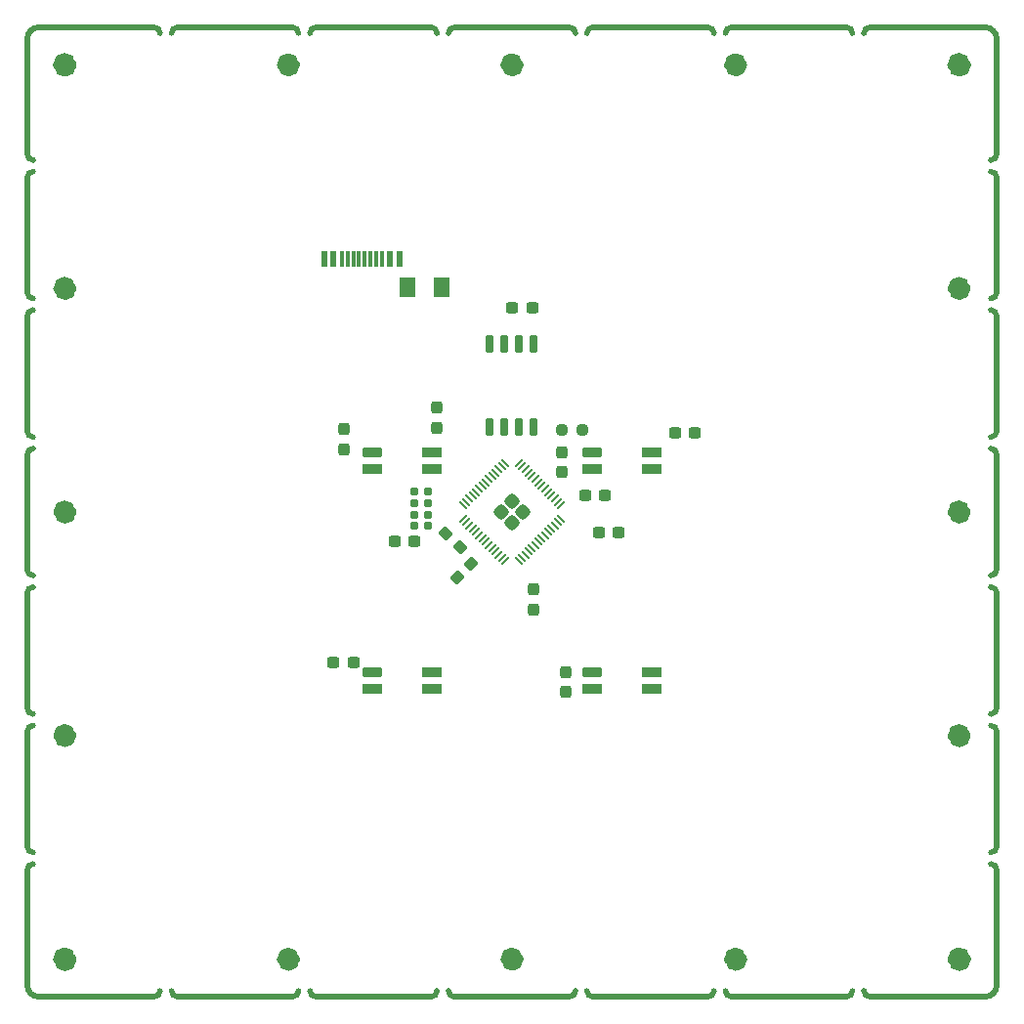
<source format=gbp>
G04 #@! TF.GenerationSoftware,KiCad,Pcbnew,(6.0.10-0)*
G04 #@! TF.CreationDate,2023-02-13T22:43:01-05:00*
G04 #@! TF.ProjectId,stencil,7374656e-6369-46c2-9e6b-696361645f70,rev?*
G04 #@! TF.SameCoordinates,Original*
G04 #@! TF.FileFunction,Paste,Bot*
G04 #@! TF.FilePolarity,Positive*
%FSLAX46Y46*%
G04 Gerber Fmt 4.6, Leading zero omitted, Abs format (unit mm)*
G04 Created by KiCad (PCBNEW (6.0.10-0)) date 2023-02-13 22:43:01*
%MOMM*%
%LPD*%
G01*
G04 APERTURE LIST*
G04 Aperture macros list*
%AMRoundRect*
0 Rectangle with rounded corners*
0 $1 Rounding radius*
0 $2 $3 $4 $5 $6 $7 $8 $9 X,Y pos of 4 corners*
0 Add a 4 corners polygon primitive as box body*
4,1,4,$2,$3,$4,$5,$6,$7,$8,$9,$2,$3,0*
0 Add four circle primitives for the rounded corners*
1,1,$1+$1,$2,$3*
1,1,$1+$1,$4,$5*
1,1,$1+$1,$6,$7*
1,1,$1+$1,$8,$9*
0 Add four rect primitives between the rounded corners*
20,1,$1+$1,$2,$3,$4,$5,0*
20,1,$1+$1,$4,$5,$6,$7,0*
20,1,$1+$1,$6,$7,$8,$9,0*
20,1,$1+$1,$8,$9,$2,$3,0*%
G04 Aperture macros list end*
%ADD10C,0.500000*%
%ADD11C,1.000000*%
%ADD12C,1.050000*%
%ADD13RoundRect,0.237500X-0.237500X0.300000X-0.237500X-0.300000X0.237500X-0.300000X0.237500X0.300000X0*%
%ADD14R,1.700000X0.820000*%
%ADD15RoundRect,0.205000X0.645000X0.205000X-0.645000X0.205000X-0.645000X-0.205000X0.645000X-0.205000X0*%
%ADD16RoundRect,0.160000X0.197500X0.160000X-0.197500X0.160000X-0.197500X-0.160000X0.197500X-0.160000X0*%
%ADD17RoundRect,0.250001X0.462499X0.624999X-0.462499X0.624999X-0.462499X-0.624999X0.462499X-0.624999X0*%
%ADD18RoundRect,0.237500X-0.300000X-0.237500X0.300000X-0.237500X0.300000X0.237500X-0.300000X0.237500X0*%
%ADD19RoundRect,0.237500X0.044194X0.380070X-0.380070X-0.044194X-0.044194X-0.380070X0.380070X0.044194X0*%
%ADD20R,0.600000X1.450000*%
%ADD21R,0.300000X1.450000*%
%ADD22RoundRect,0.237500X0.237500X-0.300000X0.237500X0.300000X-0.237500X0.300000X-0.237500X-0.300000X0*%
%ADD23RoundRect,0.237500X0.250000X0.237500X-0.250000X0.237500X-0.250000X-0.237500X0.250000X-0.237500X0*%
%ADD24RoundRect,0.250000X0.000000X0.413257X-0.413257X0.000000X0.000000X-0.413257X0.413257X0.000000X0*%
%ADD25RoundRect,0.050000X0.238649X0.309359X-0.309359X-0.238649X-0.238649X-0.309359X0.309359X0.238649X0*%
%ADD26RoundRect,0.050000X-0.238649X0.309359X-0.309359X0.238649X0.238649X-0.309359X0.309359X-0.238649X0*%
%ADD27RoundRect,0.155000X0.212500X0.155000X-0.212500X0.155000X-0.212500X-0.155000X0.212500X-0.155000X0*%
%ADD28RoundRect,0.160000X-0.197500X-0.160000X0.197500X-0.160000X0.197500X0.160000X-0.197500X0.160000X0*%
%ADD29RoundRect,0.237500X0.300000X0.237500X-0.300000X0.237500X-0.300000X-0.237500X0.300000X-0.237500X0*%
%ADD30RoundRect,0.237500X-0.380070X0.044194X0.044194X-0.380070X0.380070X-0.044194X-0.044194X0.380070X0*%
%ADD31RoundRect,0.150000X0.150000X-0.650000X0.150000X0.650000X-0.150000X0.650000X-0.150000X-0.650000X0*%
G04 APERTURE END LIST*
D10*
X59500000Y71500000D02*
G75*
G03*
X59000000Y72000000I-500000J0D01*
G01*
X71500000Y24500000D02*
G75*
G03*
X72000000Y25000000I0J500000D01*
G01*
X72000000Y71000000D02*
X72000000Y61000000D01*
X72000000Y47000000D02*
G75*
G03*
X71500000Y47500000I-500000J0D01*
G01*
X-12000000Y35000000D02*
X-12000000Y25000000D01*
X12500000Y-11500000D02*
G75*
G03*
X13000000Y-12000000I500000J0D01*
G01*
X13000000Y72000000D02*
X23000000Y72000000D01*
D11*
X30500000Y-8750000D02*
G75*
G03*
X30500000Y-8750000I-500000J0D01*
G01*
D10*
X71500000Y48500000D02*
G75*
G03*
X72000000Y49000000I0J500000D01*
G01*
X-11000000Y72000000D02*
G75*
G03*
X-12000000Y71000000I0J-1000000D01*
G01*
X48500000Y-11500000D02*
G75*
G03*
X49000000Y-12000000I500000J0D01*
G01*
X-12000000Y59000000D02*
X-12000000Y49000000D01*
D12*
X69275000Y68750000D02*
G75*
G03*
X69275000Y68750000I-525000J0D01*
G01*
D10*
X61000000Y72000000D02*
X71000000Y72000000D01*
X-11000000Y72000000D02*
X-1000000Y72000000D01*
X71500000Y36500000D02*
G75*
G03*
X72000000Y37000000I0J500000D01*
G01*
X47500000Y71500000D02*
G75*
G03*
X47000000Y72000000I-500000J0D01*
G01*
X59000000Y-12000000D02*
G75*
G03*
X59500000Y-11500000I0J500000D01*
G01*
X23500000Y71500000D02*
G75*
G03*
X23000000Y72000000I-500000J0D01*
G01*
X49000000Y72000000D02*
X59000000Y72000000D01*
X49000000Y-12000000D02*
X59000000Y-12000000D01*
X-12000000Y61000000D02*
G75*
G03*
X-11500000Y60500000I500000J0D01*
G01*
X-11500000Y59500000D02*
G75*
G03*
X-12000000Y59000000I0J-500000D01*
G01*
D11*
X-8250000Y30000000D02*
G75*
G03*
X-8250000Y30000000I-500000J0D01*
G01*
D10*
X-1000000Y-12000000D02*
G75*
G03*
X-500000Y-11500000I0J500000D01*
G01*
X23000000Y-12000000D02*
G75*
G03*
X23500000Y-11500000I0J500000D01*
G01*
D11*
X69250000Y49375000D02*
G75*
G03*
X69250000Y49375000I-500000J0D01*
G01*
X-8250000Y10625000D02*
G75*
G03*
X-8250000Y10625000I-500000J0D01*
G01*
D10*
X-12000000Y37000000D02*
G75*
G03*
X-11500000Y36500000I500000J0D01*
G01*
D12*
X-8225000Y68750000D02*
G75*
G03*
X-8225000Y68750000I-525000J0D01*
G01*
D10*
X60500000Y-11500000D02*
G75*
G03*
X61000000Y-12000000I500000J0D01*
G01*
X72000000Y47000000D02*
X72000000Y37000000D01*
X72000000Y35000000D02*
X72000000Y25000000D01*
X72000000Y59000000D02*
G75*
G03*
X71500000Y59500000I-500000J0D01*
G01*
X72000000Y23000000D02*
G75*
G03*
X71500000Y23500000I-500000J0D01*
G01*
X-12000000Y-1000000D02*
X-12000000Y-11000000D01*
X72000000Y23000000D02*
X72000000Y13000000D01*
X24500000Y-11500000D02*
G75*
G03*
X25000000Y-12000000I500000J0D01*
G01*
X-11500000Y35500000D02*
G75*
G03*
X-12000000Y35000000I0J-500000D01*
G01*
D12*
X-8225000Y-8750000D02*
G75*
G03*
X-8225000Y-8750000I-525000J0D01*
G01*
D10*
X35500000Y71500000D02*
G75*
G03*
X35000000Y72000000I-500000J0D01*
G01*
X-12000000Y71000000D02*
X-12000000Y61000000D01*
X-12000000Y1000000D02*
G75*
G03*
X-11500000Y500000I500000J0D01*
G01*
X25000000Y72000000D02*
X35000000Y72000000D01*
X61000000Y-12000000D02*
X71000000Y-12000000D01*
X11500000Y71500000D02*
G75*
G03*
X11000000Y72000000I-500000J0D01*
G01*
X72000000Y71000000D02*
G75*
G03*
X71000000Y72000000I-1000000J0D01*
G01*
D11*
X69250000Y10625000D02*
G75*
G03*
X69250000Y10625000I-500000J0D01*
G01*
D10*
X61000000Y72000000D02*
G75*
G03*
X60500000Y71500000I0J-500000D01*
G01*
X11000000Y-12000000D02*
G75*
G03*
X11500000Y-11500000I0J500000D01*
G01*
X-11500000Y23500000D02*
G75*
G03*
X-12000000Y23000000I0J-500000D01*
G01*
X37000000Y72000000D02*
X47000000Y72000000D01*
X49000000Y72000000D02*
G75*
G03*
X48500000Y71500000I0J-500000D01*
G01*
X-12000000Y47000000D02*
X-12000000Y37000000D01*
X36500000Y-11500000D02*
G75*
G03*
X37000000Y-12000000I500000J0D01*
G01*
X37000000Y72000000D02*
G75*
G03*
X36500000Y71500000I0J-500000D01*
G01*
X13000000Y-12000000D02*
X23000000Y-12000000D01*
X1000000Y72000000D02*
X11000000Y72000000D01*
X1000000Y-12000000D02*
X11000000Y-12000000D01*
X-11000000Y-12000000D02*
X-1000000Y-12000000D01*
X72000000Y11000000D02*
G75*
G03*
X71500000Y11500000I-500000J0D01*
G01*
X1000000Y72000000D02*
G75*
G03*
X500000Y71500000I0J-500000D01*
G01*
X72000000Y59000000D02*
X72000000Y49000000D01*
X-500000Y71500000D02*
G75*
G03*
X-1000000Y72000000I-500000J0D01*
G01*
X-11500000Y11500000D02*
G75*
G03*
X-12000000Y11000000I0J-500000D01*
G01*
X-12000000Y11000000D02*
X-12000000Y1000000D01*
X47000000Y-12000000D02*
G75*
G03*
X47500000Y-11500000I0J500000D01*
G01*
X72000000Y-1000000D02*
G75*
G03*
X71500000Y-500000I-500000J0D01*
G01*
D11*
X49875000Y68750000D02*
G75*
G03*
X49875000Y68750000I-500000J0D01*
G01*
D10*
X25000000Y-12000000D02*
X35000000Y-12000000D01*
X72000000Y35000000D02*
G75*
G03*
X71500000Y35500000I-500000J0D01*
G01*
X13000000Y72000000D02*
G75*
G03*
X12500000Y71500000I0J-500000D01*
G01*
X37000000Y-12000000D02*
X47000000Y-12000000D01*
X500000Y-11500000D02*
G75*
G03*
X1000000Y-12000000I500000J0D01*
G01*
X71500000Y12500000D02*
G75*
G03*
X72000000Y13000000I0J500000D01*
G01*
X72000000Y-1000000D02*
X72000000Y-11000000D01*
D11*
X49875000Y-8750000D02*
G75*
G03*
X49875000Y-8750000I-500000J0D01*
G01*
D12*
X69275000Y-8750000D02*
G75*
G03*
X69275000Y-8750000I-525000J0D01*
G01*
D10*
X71500000Y500000D02*
G75*
G03*
X72000000Y1000000I0J500000D01*
G01*
D11*
X11125000Y-8750000D02*
G75*
G03*
X11125000Y-8750000I-500000J0D01*
G01*
X30500000Y68750000D02*
G75*
G03*
X30500000Y68750000I-500000J0D01*
G01*
D10*
X35000000Y-12000000D02*
G75*
G03*
X35500000Y-11500000I0J500000D01*
G01*
X72000000Y11000000D02*
X72000000Y1000000D01*
X-11500000Y47500000D02*
G75*
G03*
X-12000000Y47000000I0J-500000D01*
G01*
X-12000000Y13000000D02*
G75*
G03*
X-11500000Y12500000I500000J0D01*
G01*
X25000000Y72000000D02*
G75*
G03*
X24500000Y71500000I0J-500000D01*
G01*
X-12000000Y-11000000D02*
G75*
G03*
X-11000000Y-12000000I1000000J0D01*
G01*
X-12000000Y49000000D02*
G75*
G03*
X-11500000Y48500000I500000J0D01*
G01*
X-12000000Y25000000D02*
G75*
G03*
X-11500000Y24500000I500000J0D01*
G01*
D11*
X-8250000Y49375000D02*
G75*
G03*
X-8250000Y49375000I-500000J0D01*
G01*
D10*
X-11500000Y-500000D02*
G75*
G03*
X-12000000Y-1000000I0J-500000D01*
G01*
D11*
X11125000Y68750000D02*
G75*
G03*
X11125000Y68750000I-500000J0D01*
G01*
D10*
X71000000Y-12000000D02*
G75*
G03*
X72000000Y-11000000I0J1000000D01*
G01*
X-12000000Y23000000D02*
X-12000000Y13000000D01*
D11*
X69250000Y30000000D02*
G75*
G03*
X69250000Y30000000I-500000J0D01*
G01*
D10*
X71500000Y60500000D02*
G75*
G03*
X72000000Y61000000I0J500000D01*
G01*
D13*
G04 #@! TO.C,C18*
X34700000Y16112500D03*
X34700000Y14387500D03*
G04 #@! TD*
D14*
G04 #@! TO.C,D3*
X42075000Y14645000D03*
X42075000Y16145000D03*
D15*
X36975000Y16145000D03*
D14*
X36975000Y14645000D03*
G04 #@! TD*
D16*
G04 #@! TO.C,R5*
X22697500Y31750000D03*
X21502500Y31750000D03*
G04 #@! TD*
D17*
G04 #@! TO.C,F1*
X23887500Y49500000D03*
X20912500Y49500000D03*
G04 #@! TD*
D18*
G04 #@! TO.C,C17*
X14537500Y16975000D03*
X16262500Y16975000D03*
G04 #@! TD*
D19*
G04 #@! TO.C,C5*
X26459880Y25509880D03*
X25240120Y24290120D03*
G04 #@! TD*
D20*
G04 #@! TO.C,J1*
X13750000Y51955000D03*
X14550000Y51955000D03*
D21*
X15750000Y51955000D03*
X16750000Y51955000D03*
X17250000Y51955000D03*
X18250000Y51955000D03*
D20*
X19450000Y51955000D03*
X20250000Y51955000D03*
X20250000Y51955000D03*
X19450000Y51955000D03*
D21*
X18750000Y51955000D03*
X17750000Y51955000D03*
X16250000Y51955000D03*
X15250000Y51955000D03*
D20*
X14550000Y51955000D03*
X13750000Y51955000D03*
G04 #@! TD*
D22*
G04 #@! TO.C,C12*
X23450000Y37312500D03*
X23450000Y39037500D03*
G04 #@! TD*
D23*
G04 #@! TO.C,R8*
X36125000Y37100000D03*
X34300000Y37100000D03*
G04 #@! TD*
D24*
G04 #@! TO.C,U1*
X29098439Y30000000D03*
X30000000Y29098439D03*
X30901561Y30000000D03*
X30000000Y30901561D03*
D25*
X30592202Y34269157D03*
X30875045Y33986314D03*
X31157887Y33703472D03*
X31440730Y33420629D03*
X31723573Y33137786D03*
X32006415Y32854944D03*
X32289258Y32572101D03*
X32572101Y32289258D03*
X32854944Y32006415D03*
X33137786Y31723573D03*
X33420629Y31440730D03*
X33703472Y31157887D03*
X33986314Y30875045D03*
X34269157Y30592202D03*
D26*
X34269157Y29407798D03*
X33986314Y29124955D03*
X33703472Y28842113D03*
X33420629Y28559270D03*
X33137786Y28276427D03*
X32854944Y27993585D03*
X32572101Y27710742D03*
X32289258Y27427899D03*
X32006415Y27145056D03*
X31723573Y26862214D03*
X31440730Y26579371D03*
X31157887Y26296528D03*
X30875045Y26013686D03*
X30592202Y25730843D03*
D25*
X29407798Y25730843D03*
X29124955Y26013686D03*
X28842113Y26296528D03*
X28559270Y26579371D03*
X28276427Y26862214D03*
X27993585Y27145056D03*
X27710742Y27427899D03*
X27427899Y27710742D03*
X27145056Y27993585D03*
X26862214Y28276427D03*
X26579371Y28559270D03*
X26296528Y28842113D03*
X26013686Y29124955D03*
X25730843Y29407798D03*
D26*
X25730843Y30592202D03*
X26013686Y30875045D03*
X26296528Y31157887D03*
X26579371Y31440730D03*
X26862214Y31723573D03*
X27145056Y32006415D03*
X27427899Y32289258D03*
X27710742Y32572101D03*
X27993585Y32854944D03*
X28276427Y33137786D03*
X28559270Y33420629D03*
X28842113Y33703472D03*
X29124955Y33986314D03*
X29407798Y34269157D03*
G04 #@! TD*
D27*
G04 #@! TO.C,C4*
X22692500Y29750000D03*
X21557500Y29750000D03*
G04 #@! TD*
D18*
G04 #@! TO.C,C11*
X37537500Y28200000D03*
X39262500Y28200000D03*
G04 #@! TD*
D14*
G04 #@! TO.C,D1*
X23025000Y33695000D03*
X23025000Y35195000D03*
D15*
X17925000Y35195000D03*
D14*
X17925000Y33695000D03*
G04 #@! TD*
D18*
G04 #@! TO.C,C9*
X36337500Y31400000D03*
X38062500Y31400000D03*
G04 #@! TD*
D27*
G04 #@! TO.C,C3*
X22692500Y28775000D03*
X21557500Y28775000D03*
G04 #@! TD*
D13*
G04 #@! TO.C,C19*
X34350000Y35162500D03*
X34350000Y33437500D03*
G04 #@! TD*
D28*
G04 #@! TO.C,R6*
X21502500Y30750000D03*
X22697500Y30750000D03*
G04 #@! TD*
D29*
G04 #@! TO.C,C13*
X31762500Y47700000D03*
X30037500Y47700000D03*
G04 #@! TD*
D30*
G04 #@! TO.C,C10*
X24265120Y28134880D03*
X25484880Y26915120D03*
G04 #@! TD*
D14*
G04 #@! TO.C,D2*
X23025000Y14645000D03*
X23025000Y16145000D03*
D15*
X17925000Y16145000D03*
D14*
X17925000Y14645000D03*
G04 #@! TD*
D31*
G04 #@! TO.C,U2*
X31905000Y37400000D03*
X30635000Y37400000D03*
X29365000Y37400000D03*
X28095000Y37400000D03*
X28095000Y44600000D03*
X29365000Y44600000D03*
X30635000Y44600000D03*
X31905000Y44600000D03*
G04 #@! TD*
D18*
G04 #@! TO.C,C7*
X44137500Y36825000D03*
X45862500Y36825000D03*
G04 #@! TD*
D29*
G04 #@! TO.C,C6*
X21537500Y27450000D03*
X19812500Y27450000D03*
G04 #@! TD*
D14*
G04 #@! TO.C,D4*
X42075000Y33695000D03*
X42075000Y35195000D03*
D15*
X36975000Y35195000D03*
D14*
X36975000Y33695000D03*
G04 #@! TD*
D13*
G04 #@! TO.C,C16*
X15400000Y37162500D03*
X15400000Y35437500D03*
G04 #@! TD*
G04 #@! TO.C,C8*
X31850000Y23300000D03*
X31850000Y21575000D03*
G04 #@! TD*
M02*

</source>
